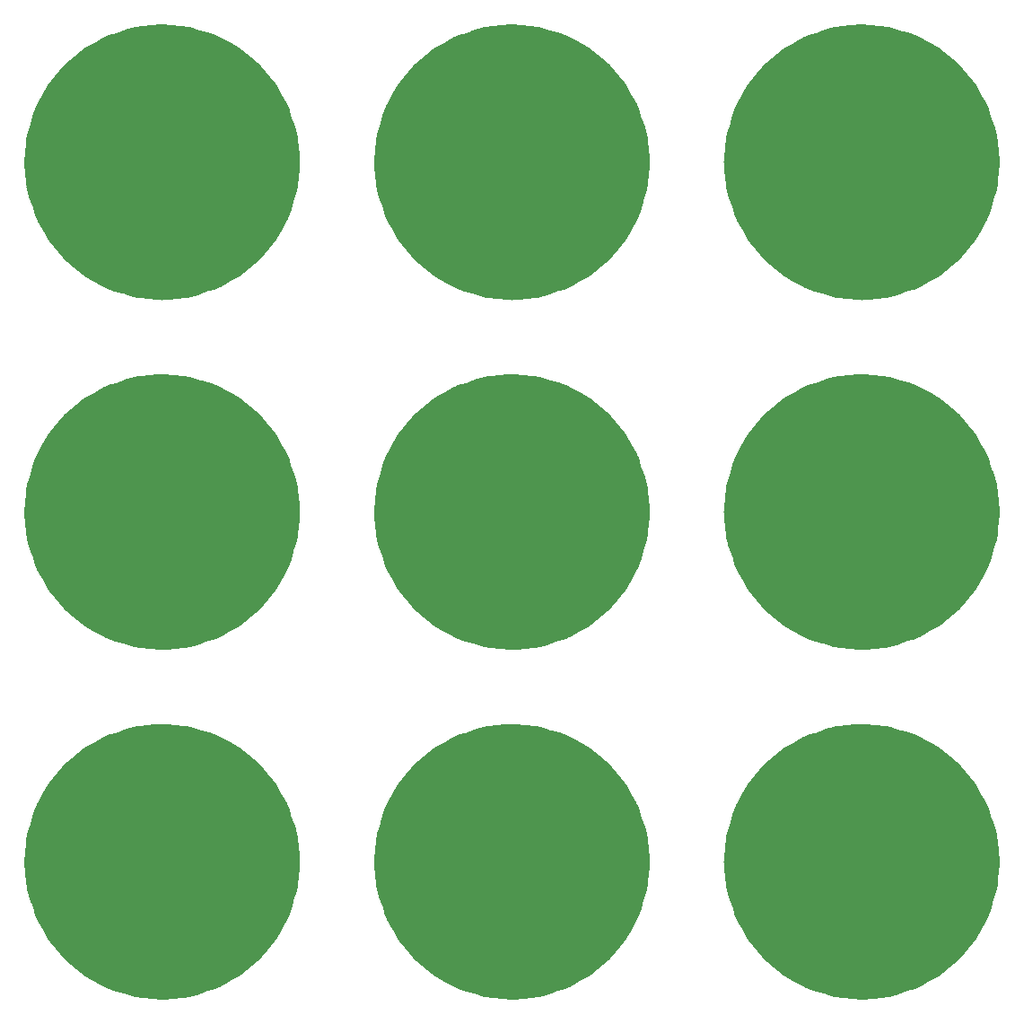
<source format=gbr>
G04 #@! TF.FileFunction,Legend,Bot*
%FSLAX46Y46*%
G04 Gerber Fmt 4.6, Leading zero omitted, Abs format (unit mm)*
G04 Created by KiCad (PCBNEW 4.0.6) date 07/06/17 20:51:38*
%MOMM*%
%LPD*%
G01*
G04 APERTURE LIST*
%ADD10C,0.100000*%
%ADD11C,13.000000*%
G04 APERTURE END LIST*
D10*
D11*
X62000000Y-111500000D02*
G75*
G03X62000000Y-111500000I-6500000J0D01*
G01*
X62000000Y-78500000D02*
G75*
G03X62000000Y-78500000I-6500000J0D01*
G01*
X62000000Y-45500000D02*
G75*
G03X62000000Y-45500000I-6500000J0D01*
G01*
X95000000Y-45500000D02*
G75*
G03X95000000Y-45500000I-6500000J0D01*
G01*
X95000000Y-78500000D02*
G75*
G03X95000000Y-78500000I-6500000J0D01*
G01*
X95000000Y-111500000D02*
G75*
G03X95000000Y-111500000I-6500000J0D01*
G01*
X128000000Y-111500000D02*
G75*
G03X128000000Y-111500000I-6500000J0D01*
G01*
X128000000Y-78500000D02*
G75*
G03X128000000Y-78500000I-6500000J0D01*
G01*
X128000000Y-45500000D02*
G75*
G03X128000000Y-45500000I-6500000J0D01*
G01*
M02*

</source>
